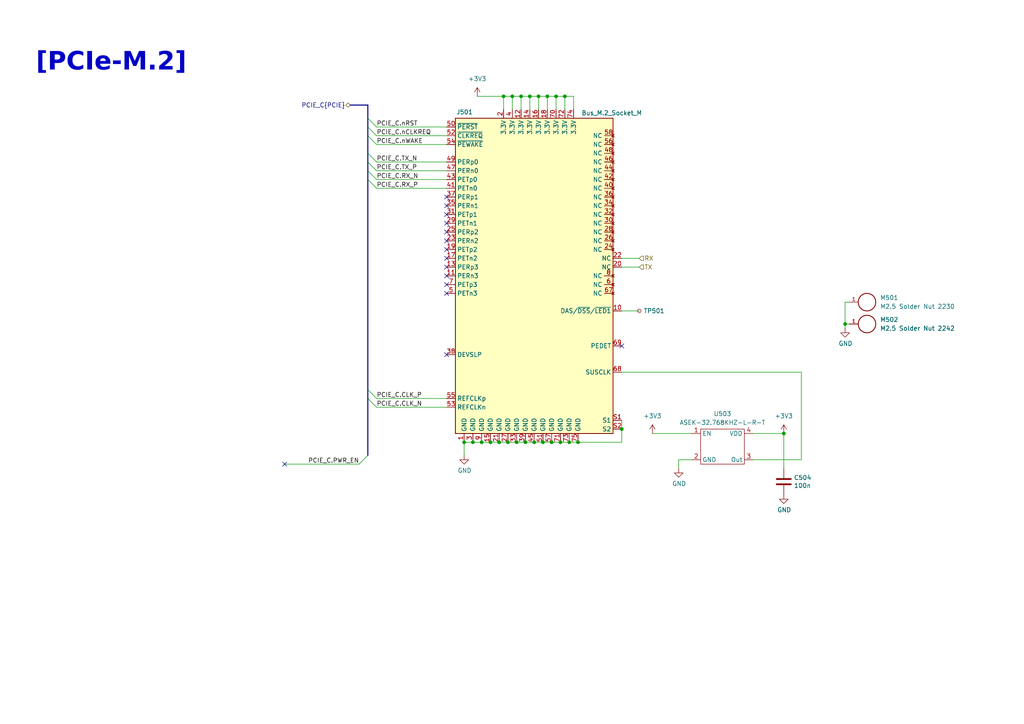
<source format=kicad_sch>
(kicad_sch (version 20231120) (generator "eeschema") (generator_version "8.0")
  (paper "A4")
  (title_block (title "bac SBC Raspberry Pi CM5 Carrier Board v1") (date "2025-03-23") (rev "1") (company "Build a CubeSat") (comment 1 "Original: P. Colangeli, respin: M. Imboden") (comment 2 "CERN-OHL-S-2.0") (comment 3 "https://buildacubesat.space") (comment 4 "Respun from \"CM5 MINIMA REV2\" by Pierluigi Colangeli") (comment 5 "https://github.com/piecol/CM5_MINIMA_REV2") (comment 6 "Thanks, Pier!"))
  (lib_symbols
    (symbol "CM5IO:ASEK-32.768KHZ-L-R-T"
      (property "Reference" "U703" (at 0 9.525 0))
      (property "Value" "ASEK-32.768KHZ-L-R-T" (at 0 6.985 0))
      (symbol "ASEK-32.768KHZ-L-R-T_0_1"
        (rectangle (start -6.35 5.08) (end 6.35 -5.08))
      )
      (symbol "ASEK-32.768KHZ-L-R-T_1_1"
        (pin power_in line (at -8.89 3.81 0) (length 2.54) (name "EN") (number "1"))
        (pin power_in line (at -8.89 -3.81 0) (length 2.54) (name "GND") (number "2"))
        (pin output line (at 8.89 -3.81 180) (length 2.54) (name "Out") (number "3"))
        (pin power_in line (at 8.89 3.81 180) (length 2.54) (name "VDD") (number "4"))
      )
    )
    (symbol "CM5IO:Bus_M.2_Socket_M"
      (property "Reference" "J701" (at -22.606 47.498 0))
      (property "Value" "Bus_M.2_Socket_M" (at 13.716 47.244 0))
      (symbol "Bus_M.2_Socket_M_0_1"
        (rectangle (start -22.86 45.72) (end 22.86 -45.72) (stroke (width 0.254)) (fill (type background)))
      )
      (symbol "Bus_M.2_Socket_M_1_1"
        (pin power_in line (at -20.32 -48.26 90) (length 2.54) (name "GND") (number "1"))
        (pin bidirectional line (at 25.4 -10.16 180) (length 2.54) (name "DAS/~{DSS}/~{LED1}") (number "10"))
        (pin input line (at -25.4 0 0) (length 2.54) (name "PERn3") (number "11"))
        (pin power_in line (at -3.81 48.26 270) (length 2.54) (name "3.3V") (number "12"))
        (pin input line (at -25.4 2.54 0) (length 2.54) (name "PERp3") (number "13"))
        (pin power_in line (at -1.27 48.26 270) (length 2.54) (name "3.3V") (number "14"))
        (pin power_in line (at -12.7 -48.26 90) (length 2.54) (name "GND") (number "15"))
        (pin power_in line (at 1.27 48.26 270) (length 2.54) (name "3.3V") (number "16"))
        (pin output line (at -25.4 5.08 0) (length 2.54) (name "PETn2") (number "17"))
        (pin power_in line (at 3.81 48.26 270) (length 2.54) (name "3.3V") (number "18"))
        (pin output line (at -25.4 7.62 0) (length 2.54) (name "PETp2") (number "19"))
        (pin power_in line (at -8.89 48.26 270) (length 2.54) (name "3.3V") (number "2"))
        (pin bidirectional line (at 25.4 2.54 180) (length 2.54) (name "NC") (number "20"))
        (pin power_in line (at -10.16 -48.26 90) (length 2.54) (name "GND") (number "21"))
        (pin bidirectional line (at 25.4 5.08 180) (length 2.54) (name "NC") (number "22"))
        (pin input line (at -25.4 10.16 0) (length 2.54) (name "PERn2") (number "23"))
        (pin no_connect line (at 22.86 7.62 180) (length 2.54) (name "NC") (number "24"))
        (pin input line (at -25.4 12.7 0) (length 2.54) (name "PERp2") (number "25"))
        (pin no_connect line (at 22.86 10.16 180) (length 2.54) (name "NC") (number "26"))
        (pin power_in line (at -7.62 -48.26 90) (length 2.54) (name "GND") (number "27"))
        (pin no_connect line (at 22.86 12.7 180) (length 2.54) (name "NC") (number "28"))
        (pin output line (at -25.4 15.24 0) (length 2.54) (name "PETn1") (number "29"))
        (pin power_in line (at -17.78 -48.26 90) (length 2.54) (name "GND") (number "3"))
        (pin no_connect line (at 22.86 15.24 180) (length 2.54) (name "NC") (number "30"))
        (pin output line (at -25.4 17.78 0) (length 2.54) (name "PETp1") (number "31"))
        (pin no_connect line (at 22.86 17.78 180) (length 2.54) (name "NC") (number "32"))
        (pin power_in line (at -5.08 -48.26 90) (length 2.54) (name "GND") (number "33"))
        (pin no_connect line (at 22.86 20.32 180) (length 2.54) (name "NC") (number "34"))
        (pin input line (at -25.4 20.32 0) (length 2.54) (name "PERn1") (number "35"))
        (pin no_connect line (at 22.86 22.86 180) (length 2.54) (name "NC") (number "36"))
        (pin input line (at -25.4 22.86 0) (length 2.54) (name "PERp1") (number "37"))
        (pin input line (at -25.4 -22.86 0) (length 2.54) (name "DEVSLP") (number "38"))
        (pin power_in line (at -2.54 -48.26 90) (length 2.54) (name "GND") (number "39"))
        (pin power_in line (at -6.35 48.26 270) (length 2.54) (name "3.3V") (number "4"))
        (pin no_connect line (at 22.86 25.4 180) (length 2.54) (name "NC") (number "40"))
        (pin output line (at -25.4 25.4 0) (length 2.54) (name "PETn0") (number "41"))
        (pin no_connect line (at 22.86 27.94 180) (length 2.54) (name "NC") (number "42"))
        (pin output line (at -25.4 27.94 0) (length 2.54) (name "PETp0") (number "43"))
        (pin no_connect line (at 22.86 30.48 180) (length 2.54) (name "NC") (number "44"))
        (pin power_in line (at 0 -48.26 90) (length 2.54) (name "GND") (number "45"))
        (pin no_connect line (at 22.86 33.02 180) (length 2.54) (name "NC") (number "46"))
        (pin input line (at -25.4 30.48 0) (length 2.54) (name "PERn0") (number "47"))
        (pin no_connect line (at 22.86 35.56 180) (length 2.54) (name "NC") (number "48"))
        (pin input line (at -25.4 33.02 0) (length 2.54) (name "PERp0") (number "49"))
        (pin output line (at -25.4 -5.08 0) (length 2.54) (name "PETn3") (number "5"))
        (pin input line (at -25.4 43.18 0) (length 2.54) (name "~{PERST}") (number "50"))
        (pin power_in line (at 2.54 -48.26 90) (length 2.54) (name "GND") (number "51"))
        (pin bidirectional line (at -25.4 40.64 0) (length 2.54) (name "~{CLKREQ}") (number "52"))
        (pin input line (at -25.4 -38.1 0) (length 2.54) (name "REFCLKn") (number "53"))
        (pin bidirectional line (at -25.4 38.1 0) (length 2.54) (name "~{PEWAKE}") (number "54"))
        (pin input line (at -25.4 -35.56 0) (length 2.54) (name "REFCLKp") (number "55"))
        (pin no_connect line (at 22.86 38.1 180) (length 2.54) (name "NC") (number "56"))
        (pin power_in line (at 5.08 -48.26 90) (length 2.54) (name "GND") (number "57"))
        (pin no_connect line (at 22.86 40.64 180) (length 2.54) (name "NC") (number "58"))
        (pin no_connect line (at 22.86 -2.54 180) (length 2.54) (name "NC") (number "6"))
        (pin no_connect line (at 22.86 -5.08 180) (length 2.54) (name "NC") (number "67"))
        (pin input line (at 25.4 -27.94 180) (length 2.54) (name "SUSCLK") (number "68"))
        (pin passive line (at 25.4 -20.32 180) (length 2.54) (name "PEDET") (number "69"))
        (pin output line (at -25.4 -2.54 0) (length 2.54) (name "PETp3") (number "7"))
        (pin power_in line (at 6.35 48.26 270) (length 2.54) (name "3.3V") (number "70"))
        (pin power_in line (at 7.62 -48.26 90) (length 2.54) (name "GND") (number "71"))
        (pin power_in line (at 8.89 48.26 270) (length 2.54) (name "3.3V") (number "72"))
        (pin power_in line (at 10.16 -48.26 90) (length 2.54) (name "GND") (number "73"))
        (pin power_in line (at 11.43 48.26 270) (length 2.54) (name "3.3V") (number "74"))
        (pin power_in line (at 12.7 -48.26 90) (length 2.54) (name "GND") (number "75"))
        (pin no_connect line (at 22.86 0 180) (length 2.54) (name "NC") (number "8"))
        (pin power_in line (at -15.24 -48.26 90) (length 2.54) (name "GND") (number "9"))
        (pin power_in line (at 25.4 -41.91 180) (length 2.54) (name "S1") (number "S1"))
        (pin power_in line (at 25.4 -44.45 180) (length 2.54) (name "S2") (number "S2"))
      )
    )
    (symbol "Connector:TestPoint_Small" (pin_numbers hide) (pin_names (offset 0.762) hide)
      (property "Reference" "TP" (at 0 3.81 0))
      (property "Value" "TestPoint_Small" (at 0 2.032 0))
      (symbol "TestPoint_Small_0_1"
        (circle (center 0 0) (radius 0.508))
      )
      (symbol "TestPoint_Small_1_1"
        (pin passive line (at 0 0 90) (length 0) (name "1") (number "1"))
      )
    )
    (symbol "Device:C" (pin_numbers hide) (pin_names (offset 0.254))
      (property "Reference" "C" (at 0.635 2.54 0))
      (property "Value" "C" (at 0.635 -2.54 0))
      (symbol "C_0_1"
        (polyline (pts (xy -2.032 -0.762) (xy 2.032 -0.762)) (stroke (width 0.508)))
        (polyline (pts (xy -2.032 0.762) (xy 2.032 0.762)) (stroke (width 0.508)))
      )
      (symbol "C_1_1"
        (pin passive line (at 0 3.81 270) (length 2.794) (name "~") (number "1"))
        (pin passive line (at 0 -3.81 90) (length 2.794) (name "~") (number "2"))
      )
    )
    (symbol "bac MicroMod Main Board v1:WE 9774025243R" (pin_names (offset 1.016))
      (property "Reference" "MP" (at 0 3.556 0))
      (property "Value" "WE-9774025243R" (at -9.144 -4.826 0))
      (symbol "WE 9774025243R_0_0"
        (circle (center 0 0) (radius 2.54) (stroke (width 0.254)))
        (pin passive line (at -5.08 0 0) (length 2.54) (name "~") (number "1"))
      )
    )
    (symbol "power:+5V" (power) (pin_numbers hide) (pin_names (offset 0) hide)
      (property "Value" "+5V" (at 0 3.556 0))
      (symbol "+5V_0_1"
        (polyline (pts (xy -0.762 1.27) (xy 0 2.54)))
        (polyline (pts (xy 0 0) (xy 0 2.54)))
        (polyline (pts (xy 0 2.54) (xy 0.762 1.27)))
      )
      (symbol "+5V_1_1"
        (pin power_in line (at 0 0 90) (length 0) (name "~") (number "1"))
      )
    )
    (symbol "power:GND" (power) (pin_numbers hide) (pin_names (offset 0) hide)
      (property "Value" "GND" (at 0 -3.81 0))
      (symbol "GND_0_1"
        (polyline (pts (xy 0 0) (xy 0 -1.27) (xy 1.27 -1.27) (xy 0 -2.54) (xy -1.27 -1.27) (xy 0 -1.27)))
      )
      (symbol "GND_1_1"
        (pin power_in line (at 0 0 270) (length 0) (name "~") (number "1"))
      )
    )
  )
  (bus_alias "PCIE" (members "nRST" "nCLKREQ" "nWAKE" "TX_N" "TX_P" "RX_N" "RX_P" "CLK_N" "CLK_P" "PWR_EN"))
  (junction (at 146.05 27.94))
  (junction (at 245.11 93.98))
  (junction (at 142.24 128.27))
  (junction (at 180.34 124.46))
  (junction (at 158.75 27.94))
  (junction (at 144.78 128.27))
  (junction (at 137.16 128.27))
  (junction (at 134.62 128.27))
  (junction (at 151.13 27.94))
  (junction (at 167.64 128.27))
  (junction (at 148.59 27.94))
  (junction (at 157.48 128.27))
  (junction (at 153.67 27.94))
  (junction (at 160.02 128.27))
  (junction (at 152.4 128.27))
  (junction (at 139.7 128.27))
  (junction (at 161.29 27.94))
  (junction (at 156.21 27.94))
  (junction (at 163.83 27.94))
  (junction (at 227.33 125.73))
  (junction (at 154.94 128.27))
  (junction (at 162.56 128.27))
  (junction (at 147.32 128.27))
  (junction (at 165.1 128.27))
  (junction (at 149.86 128.27))
  (no_connect (at 82.55 134.62))
  (no_connect (at 129.54 67.31))
  (no_connect (at 129.54 74.93))
  (no_connect (at 129.54 72.39))
  (no_connect (at 129.54 82.55))
  (no_connect (at 129.54 80.01))
  (no_connect (at 129.54 85.09))
  (no_connect (at 129.54 57.15))
  (no_connect (at 129.54 64.77))
  (no_connect (at 129.54 77.47))
  (no_connect (at 129.54 62.23))
  (no_connect (at 129.54 102.87))
  (no_connect (at 180.34 100.33))
  (no_connect (at 129.54 69.85))
  (no_connect (at 129.54 59.69))
  (bus_entry (at 109.22 39.37) (size -2.54 -2.54))
  (bus_entry (at 109.22 54.61) (size -2.54 -2.54))
  (bus_entry (at 109.22 115.57) (size -2.54 -2.54))
  (bus_entry (at 109.22 36.83) (size -2.54 -2.54))
  (bus_entry (at 109.22 118.11) (size -2.54 -2.54))
  (bus_entry (at 104.14 134.62) (size 2.54 -2.54))
  (bus_entry (at 109.22 49.53) (size -2.54 -2.54))
  (bus_entry (at 109.22 46.99) (size -2.54 -2.54))
  (bus_entry (at 109.22 52.07) (size -2.54 -2.54))
  (bus_entry (at 109.22 41.91) (size -2.54 -2.54))
  (bus (pts (xy 106.68 115.57) (xy 106.68 132.08)))
  (wire (pts (xy 109.22 36.83) (xy 129.54 36.83)))
  (wire (pts (xy 160.02 128.27) (xy 157.48 128.27)))
  (wire (pts (xy 245.11 95.25) (xy 245.11 93.98)))
  (wire (pts (xy 180.34 128.27) (xy 167.64 128.27)))
  (wire (pts (xy 166.37 27.94) (xy 166.37 31.75)))
  (wire (pts (xy 109.22 115.57) (xy 129.54 115.57)))
  (wire (pts (xy 180.34 124.46) (xy 180.34 128.27)))
  (wire (pts (xy 189.23 125.73) (xy 200.66 125.73)))
  (wire (pts (xy 196.85 135.89) (xy 196.85 133.35)))
  (wire (pts (xy 180.34 121.92) (xy 180.34 124.46)))
  (wire (pts (xy 153.67 27.94) (xy 156.21 27.94)))
  (wire (pts (xy 156.21 27.94) (xy 158.75 27.94)))
  (wire (pts (xy 109.22 118.11) (xy 129.54 118.11)))
  (wire (pts (xy 245.11 93.98) (xy 245.11 87.63)))
  (wire (pts (xy 109.22 52.07) (xy 129.54 52.07)))
  (bus (pts (xy 106.68 49.53) (xy 106.68 52.07)))
  (wire (pts (xy 180.34 90.17) (xy 185.42 90.17)))
  (wire (pts (xy 162.56 128.27) (xy 160.02 128.27)))
  (wire (pts (xy 161.29 27.94) (xy 161.29 31.75)))
  (bus (pts (xy 101.6 30.48) (xy 106.68 30.48)))
  (bus (pts (xy 106.68 113.03) (xy 106.68 115.57)))
  (wire (pts (xy 180.34 107.95) (xy 232.41 107.95)))
  (bus (pts (xy 106.68 52.07) (xy 106.68 113.03)))
  (bus (pts (xy 106.68 39.37) (xy 106.68 44.45)))
  (wire (pts (xy 149.86 128.27) (xy 152.4 128.27)))
  (wire (pts (xy 129.54 46.99) (xy 109.22 46.99)))
  (wire (pts (xy 157.48 128.27) (xy 154.94 128.27)))
  (wire (pts (xy 232.41 133.35) (xy 218.44 133.35)))
  (wire (pts (xy 109.22 49.53) (xy 129.54 49.53)))
  (wire (pts (xy 151.13 27.94) (xy 153.67 27.94)))
  (wire (pts (xy 196.85 133.35) (xy 200.66 133.35)))
  (wire (pts (xy 146.05 27.94) (xy 146.05 31.75)))
  (wire (pts (xy 149.86 128.27) (xy 147.32 128.27)))
  (wire (pts (xy 134.62 128.27) (xy 137.16 128.27)))
  (wire (pts (xy 151.13 27.94) (xy 151.13 31.75)))
  (wire (pts (xy 139.7 128.27) (xy 142.24 128.27)))
  (wire (pts (xy 163.83 27.94) (xy 166.37 27.94)))
  (wire (pts (xy 134.62 128.27) (xy 134.62 132.08)))
  (wire (pts (xy 142.24 128.27) (xy 144.78 128.27)))
  (bus (pts (xy 106.68 34.29) (xy 106.68 36.83)))
  (bus (pts (xy 106.68 36.83) (xy 106.68 39.37)))
  (wire (pts (xy 167.64 128.27) (xy 165.1 128.27)))
  (wire (pts (xy 245.11 87.63) (xy 246.38 87.63)))
  (wire (pts (xy 148.59 27.94) (xy 148.59 31.75)))
  (wire (pts (xy 146.05 27.94) (xy 148.59 27.94)))
  (wire (pts (xy 148.59 27.94) (xy 151.13 27.94)))
  (bus (pts (xy 106.68 46.99) (xy 106.68 49.53)))
  (wire (pts (xy 227.33 125.73) (xy 218.44 125.73)))
  (wire (pts (xy 109.22 41.91) (xy 129.54 41.91)))
  (wire (pts (xy 180.34 77.47) (xy 185.42 77.47)))
  (wire (pts (xy 227.33 135.89) (xy 227.33 125.73)))
  (wire (pts (xy 138.43 27.94) (xy 146.05 27.94)))
  (wire (pts (xy 109.22 54.61) (xy 129.54 54.61)))
  (wire (pts (xy 245.11 93.98) (xy 246.38 93.98)))
  (wire (pts (xy 109.22 39.37) (xy 129.54 39.37)))
  (wire (pts (xy 180.34 74.93) (xy 185.42 74.93)))
  (bus (pts (xy 106.68 30.48) (xy 106.68 34.29)))
  (wire (pts (xy 158.75 27.94) (xy 161.29 27.94)))
  (wire (pts (xy 139.7 128.27) (xy 137.16 128.27)))
  (wire (pts (xy 153.67 27.94) (xy 153.67 31.75)))
  (wire (pts (xy 163.83 27.94) (xy 163.83 31.75)))
  (wire (pts (xy 161.29 27.94) (xy 163.83 27.94)))
  (wire (pts (xy 104.14 134.62) (xy 82.55 134.62)))
  (bus (pts (xy 106.68 44.45) (xy 106.68 46.99)))
  (wire (pts (xy 152.4 128.27) (xy 154.94 128.27)))
  (wire (pts (xy 144.78 128.27) (xy 147.32 128.27)))
  (wire (pts (xy 158.75 27.94) (xy 158.75 31.75)))
  (wire (pts (xy 165.1 128.27) (xy 162.56 128.27)))
  (wire (pts (xy 156.21 27.94) (xy 156.21 31.75)))
  (wire (pts (xy 232.41 107.95) (xy 232.41 133.35)))
  (text "[PCIe-M.2]" (at 32.258 19.558 0) (effects (font (size 5.27 5.27) (bold yes))))
  (label "PCIE_C.nWAKE" (at 109.22 41.91 0))
  (label "PCIE_C.RX_N" (at 109.22 52.07 0))
  (label "PCIE_C.RX_P" (at 109.22 54.61 0))
  (label "PCIE_C.CLK_N" (at 109.22 118.11 0))
  (label "PCIE_C.PWR_EN" (at 104.14 134.62 180))
  (label "PCIE_C.TX_N" (at 109.22 46.99 0))
  (label "PCIE_C.nCLKREQ" (at 109.22 39.37 0))
  (label "PCIE_C.CLK_P" (at 109.22 115.57 0))
  (label "PCIE_C.nRST" (at 109.22 36.83 0))
  (label "PCIE_C.TX_P" (at 109.22 49.53 0))
  (hierarchical_label "TX" (shape input) (at 185.42 77.47 0))
  (hierarchical_label "RX" (shape input) (at 185.42 74.93 0))
  (hierarchical_label "PCIE_C{PCIE}" (shape bidirectional) (at 101.6 30.48 180))
  (symbol (lib_id "power:+5V") (at 189.23 125.73 0) (unit 1)
    (property "Reference" "#PWR0504" (effects (hide yes)))
    (property "Value" "+3V3" (at 189.23 120.65 0))
    (property "Description" "Power symbol creates a global label with name \"+5V\"" (effects (hide yes)))
  )
  (symbol (lib_id "power:GND") (at 245.11 95.25 0) (unit 1)
    (property "Reference" "#PWR0511" (effects (hide yes)))
    (property "Value" "GND" (at 245.237 99.6442 0))
    (property "Description" "Power symbol creates a global label with name \"GND\" , ground" (effects (hide yes)))
  )
  (symbol (lib_id "power:+5V") (at 138.43 27.94 0) (unit 1)
    (property "Reference" "#PWR0503" (effects (hide yes)))
    (property "Value" "+3V3" (at 138.43 22.86 0))
    (property "Description" "Power symbol creates a global label with name \"+5V\"" (effects (hide yes)))
  )
  (symbol (lib_id "CM5IO:ASEK-32.768KHZ-L-R-T") (at 209.55 129.54 0) (unit 1)
    (property "Reference" "U503" (at 209.55 120.015 0))
    (property "Value" "ASEK-32.768KHZ-L-R-T" (at 209.55 122.555 0))
    (property "Footprint" "Crystal:Crystal_SMD_3225-4Pin_3.2x2.5mm" (effects (hide yes)))
    (property "Datasheet" "https://abracon.com/Oscillators/ASEK.pdf" (effects (hide yes)))
    (property "Field5" "ASEK-32.768KHZ-L-R-T" (effects (hide yes)))
    (property "Field6" "ASEK-32.768KHZ-L-R-T" (effects (hide yes)))
    (property "Field7" "abracon" (effects (hide yes)))
    (property "Part Description" "32KHz Xtal oscilator" (effects (hide yes)))
  )
  (symbol (lib_id "Device:C") (at 227.33 139.7 0) (unit 1)
    (property "Reference" "C504" (at 230.251 138.5316 0) (effects (justify left)))
    (property "Value" "100n" (at 230.251 140.843 0) (effects (justify left)))
    (property "Footprint" "Capacitor_SMD:C_0603_1608Metric" (effects (hide yes)))
    (property "Datasheet" "https://search.murata.co.jp/Ceramy/image/img/A01X/G101/ENG/GRM155R71C104KA88-01.pdf" (effects (hide yes)))
    (property "Field4" "Farnell" (effects (hide yes)))
    (property "Field5" "2611911" (effects (hide yes)))
    (property "Field6" "RM EMK105 B7104KV-F" (effects (hide yes)))
    (property "Field7" "TAIYO YUDEN EUROPE GMBH" (effects (hide yes)))
    (property "Field8" "110091611" (effects (hide yes)))
    (property "Part Description" "	0.1uF 10% 16V Ceramic Capacitor X7R 0402 (1005 Metric)" (effects (hide yes)))
  )
  (symbol (lib_id "bac MicroMod Main Board v1:WE 9774025243R") (at 251.46 93.98 0) (unit 1)
    (property "Reference" "M502" (at 255.27 92.7099 0) (effects (justify left)))
    (property "Value" "M2.5 Solder Nut 2242" (at 255.27 95.2499 0) (effects (justify left)))
    (property "Footprint" "bac MicroMod Main Board v1:WE-9774025243R" (effects (hide yes)))
    (property "Datasheet" "https://www.we-online.com/components/products/datasheet/9774025243R.pdf" (effects (hide yes)))
    (property "Description" "Round Spacer Threaded M2.5 Steel 0.098\" (2.50mm)" (effects (hide yes)))
    (property "Part Description" "Solder nut for M.2 slot" (effects (hide yes)))
    (property "THREAD" "M3" (effects (hide yes)))
    (property "OD" "6mm" (effects (hide yes)))
    (property "LENGTH" "2.5mm" (effects (hide yes)))
    (property "ID" "4.2mm" (effects (hide yes)))
  )
  (symbol (lib_id "Connector:TestPoint_Small") (at 185.42 90.17 0) (unit 1) (in_bom no)
    (property "Reference" "TP501" (at 186.69 90.17 0) (effects (justify left)))
    (property "Value" "GND" (effects (hide yes)))
    (property "Footprint" "TestPoint:TestPoint_Pad_D1.0mm" (effects (hide yes)))
    (property "Description" "test point" (effects (hide yes)))
  )
  (symbol (lib_id "bac MicroMod Main Board v1:WE 9774025243R") (at 251.46 87.63 0) (unit 1)
    (property "Reference" "M501" (at 255.27 86.3599 0) (effects (justify left)))
    (property "Value" "M2.5 Solder Nut 2230" (at 255.27 88.8999 0) (effects (justify left)))
    (property "Footprint" "bac MicroMod Main Board v1:WE-9774025243R" (effects (hide yes)))
    (property "Datasheet" "https://www.we-online.com/components/products/datasheet/9774025243R.pdf" (effects (hide yes)))
    (property "Description" "Round Spacer Threaded M2.5 Steel 0.098\" (2.50mm)" (effects (hide yes)))
    (property "Part Description" "Solder nut for M.2 slot" (effects (hide yes)))
    (property "THREAD" "M3" (effects (hide yes)))
    (property "OD" "6mm" (effects (hide yes)))
    (property "LENGTH" "2.5mm" (effects (hide yes)))
    (property "ID" "4.2mm" (effects (hide yes)))
  )
  (symbol (lib_id "CM5IO:Bus_M.2_Socket_M") (at 154.94 80.01 0) (unit 1)
    (property "Reference" "J501" (at 132.334 32.512 0) (effects (justify left)))
    (property "Value" "Bus_M.2_Socket_M" (at 168.656 32.766 0) (effects (justify left)))
    (property "Footprint" "bac CM5 Carrier Board v1:piecol-M.2-M-Key-socket-2230-2242" (effects (hide yes)))
    (property "Description" "M.2 Socket 3 Mechanical Key M" (effects (hide yes)))
    (property "Field5" "MTSSD03-67MSW337" (effects (hide yes)))
    (property "Field6" "MTSSD03-67MSW337" (effects (hide yes)))
    (property "Field7" "MTCONN" (effects (hide yes)))
    (property "Part Description" "M.2 M Key connector" (effects (hide yes)))
  )
  (symbol (lib_id "power:GND") (at 227.33 143.51 0) (unit 1)
    (property "Reference" "#PWR0510" (effects (hide yes)))
    (property "Value" "GND" (at 227.457 147.9042 0))
    (property "Description" "Power symbol creates a global label with name \"GND\" , ground" (effects (hide yes)))
  )
  (symbol (lib_id "power:+5V") (at 227.33 125.73 0) (unit 1)
    (property "Reference" "#PWR0508" (effects (hide yes)))
    (property "Value" "+3V3" (at 227.33 120.65 0))
    (property "Description" "Power symbol creates a global label with name \"+5V\"" (effects (hide yes)))
  )
  (symbol (lib_id "power:GND") (at 134.62 132.08 0) (unit 1)
    (property "Reference" "#PWR0501" (effects (hide yes)))
    (property "Value" "GND" (at 134.747 136.4742 0))
    (property "Description" "Power symbol creates a global label with name \"GND\" , ground" (effects (hide yes)))
  )
  (symbol (lib_id "power:GND") (at 196.85 135.89 0) (unit 1)
    (property "Reference" "#PWR0505" (effects (hide yes)))
    (property "Value" "GND" (at 196.977 140.2842 0))
    (property "Description" "Power symbol creates a global label with name \"GND\" , ground" (effects (hide yes)))
  )
)
</source>
